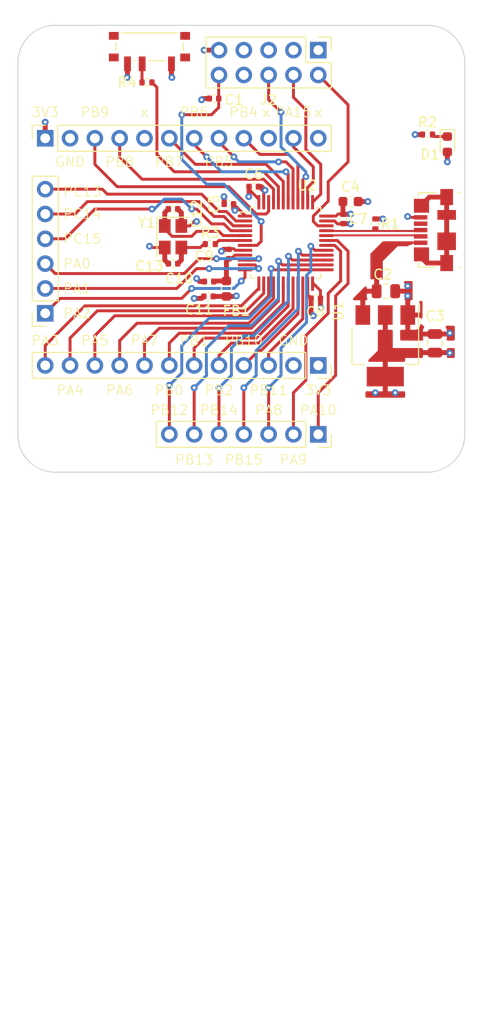
<source format=kicad_pcb>
(kicad_pcb (version 20211014) (generator pcbnew)
  (layers (0 "F.Cu" signal) (1 "In1.Cu" power) (2 "In2.Cu" power) (31 "B.Cu" signal) (34 "B.Paste" user) (35 "F.Paste" user) (36 "B.SilkS" user "B.Silkscreen") (37 "F.SilkS" user "F.Silkscreen") (38 "B.Mask" user) (39 "F.Mask" user) (44 "Edge.Cuts" user))
  (net 0 "")
  (net 1 "GND")
  (net 2 "NRST")
  (net 3 "VBUS")
  (net 4 "+3V3")
  (net 5 "+3.3VA")
  (net 6 "HSE_IN")
  (net 7 "Net-(C13-Pad1)")
  (net 8 "/PWR_LED_K")
  (net 9 "USB_D-")
  (net 10 "USB_D+")
  (net 12 "unconnected-(J1-Pad6)")
  (net 13 "SWDIO")
  (net 14 "SWCLK")
  (net 15 "SWO")
  (net 18 "PB9")
  (net 19 "PB8")
  (net 21 "PB7")
  (net 22 "PB6")
  (net 23 "PB5")
  (net 24 "PB4")
  (net 26 "PA15")
  (net 28 "PA10")
  (net 29 "PA9")
  (net 30 "PA8")
  (net 31 "PB15")
  (net 32 "PB14")
  (net 33 "PB13")
  (net 34 "PB12")
  (net 35 "PB11")
  (net 36 "PB10")
  (net 37 "PB2")
  (net 38 "PB1")
  (net 39 "PB0")
  (net 40 "PA7")
  (net 41 "PA6")
  (net 42 "PA5")
  (net 43 "PA4")
  (net 44 "PA3")
  (net 45 "PA2")
  (net 46 "PA1")
  (net 47 "PA0")
  (net 48 "PC15")
  (net 49 "PC14")
  (net 50 "PC13")
  (net 51 "HSE_OUT")
  (net 52 "Net-(R4-Pad1)")
  (net 53 "BOOT0")
  (footprint "Connector_PinSocket_2.54mm:PinSocket_1x12_P2.54mm_Vertical" (layer "F.Cu") (at 38.354 56.388 180)
    (fp_text reference "J5")
    (fp_text value "Conn_01x12")
  )
  (footprint "Resistor_SMD:R_0402_1005Metric" (layer "F.Cu") (at 34.798 27.432)
    (fp_text reference "R4")
    (fp_text value "10k")
  )
  (footprint "Capacitor_SMD:C_0805_2012Metric" (layer "F.Cu") (at 59.248 48.793)
    (fp_text reference "C2")
    (fp_text value "22u")
  )
  (footprint "Capacitor_SMD:C_0402_1005Metric" (layer "F.Cu") (at 37.465 40.386)
    (fp_text reference "C12")
    (fp_text value "6.8p")
  )
  (footprint "Connector_PinHeader_2.54mm:PinHeader_2x05_P2.54mm_Vertical" (layer "F.Cu") (at 47.244 25.4 180)
    (fp_text reference "J2")
    (fp_text value "Conn_02x05_Odd_Even")
  )
  (footprint "Diode_SMD:D_0603_1608Metric" (layer "F.Cu") (at 65.532 33.7565 -90)
    (fp_text reference "D1")
    (fp_text value "Red")
  )
  (footprint "Resistor_SMD:R_0402_1005Metric" (layer "F.Cu") (at 41.275 43.974)
    (fp_text reference "R3")
    (fp_text value "47")
  )
  (footprint "Package_TO_SOT_SMD:SOT-223-3_TabPin2" (layer "F.Cu") (at 59.182 54.381 90)
    (fp_text reference "U1")
    (fp_text value "AMS1117-3.3")
  )
  (footprint "Connector_PinSocket_2.54mm:PinSocket_1x07_P2.54mm_Vertical" (layer "F.Cu") (at 44.704 63.5 180)
    (fp_text reference "J4")
    (fp_text value "Conn_01x07")
  )
  (footprint "Connector_PinSocket_2.54mm:PinSocket_1x12_P2.54mm_Vertical" (layer "F.Cu") (at 38.354 33.147)
    (fp_text reference "J3")
    (fp_text value "Conn_01x12")
  )
  (footprint "MountingHole:MountingHole_3.2mm_M3" (layer "F.Cu") (at 63.5 63.5)
    (fp_text reference "H4")
    (fp_text value "MountingHole")
  )
  (footprint "Capacitor_SMD:C_0402_1005Metric" (layer "F.Cu") (at 41.1505 47.803 180)
    (fp_text reference "C10")
    (fp_text value "1u")
  )
  (footprint "Button_Switch_SMD:SW_SPDT_PCM12" (layer "F.Cu") (at 35.052 24.097 180)
    (fp_text reference "SW1")
    (fp_text value "SW_SPDT")
  )
  (footprint "Capacitor_SMD:C_0402_1005Metric" (layer "F.Cu") (at 54.864 41.402 -90)
    (fp_text reference "C7")
    (fp_text value "100n")
  )
  (footprint "MountingHole:MountingHole_3.2mm_M3" (layer "F.Cu") (at 63.5 25.4)
    (fp_text reference "H2")
    (fp_text value "MountingHole")
  )
  (footprint "Inductor_SMD:L_0603_1608Metric" (layer "F.Cu") (at 42.926 48.5395 -90)
    (fp_text reference "FB1")
    (fp_text value "120R")
  )
  (footprint "Package_QFP:LQFP-48_7x7mm_P0.5mm" (layer "F.Cu") (at 48.992 43.856 -90)
    (fp_text reference "U2")
    (fp_text value "STM32F103C8T6")
  )
  (footprint "MountingHole:MountingHole_3.2mm_M3" (layer "F.Cu") (at 25.4 25.4)
    (fp_text reference "H1")
    (fp_text value "MountingHole")
  )
  (footprint "Capacitor_SMD:C_0402_1005Metric" (layer "F.Cu") (at 41.0945 49.327 180)
    (fp_text reference "C11")
    (fp_text value "1u")
  )
  (footprint "Capacitor_SMD:C_0402_1005Metric" (layer "F.Cu") (at 41.656 29.083)
    (fp_text reference "C1")
    (fp_text value "100n")
  )
  (footprint "Capacitor_SMD:C_0805_2012Metric" (layer "F.Cu") (at 64.262 54.127 90)
    (fp_text reference "C3")
    (fp_text value "22u")
  )
  (footprint "Capacitor_SMD:C_0402_1005Metric" (layer "F.Cu") (at 52.07 49.53 180)
    (fp_text reference "C8")
    (fp_text value "100n")
  )
  (footprint "Resistor_SMD:R_0402_1005Metric" (layer "F.Cu") (at 58.166 41.91 -90)
    (fp_text reference "R1")
    (fp_text value "1k5")
  )
  (footprint "Resistor_SMD:R_0402_1005Metric" (layer "F.Cu") (at 63.5 32.766)
    (fp_text reference "R2")
    (fp_text value "1k")
  )
  (footprint "Connector_USB:USB_Micro-B_Molex_47346-0001" (layer "F.Cu") (at 64.262 42.538 90)
    (fp_text reference "J1")
    (fp_text value "USB_B_Micro")
  )
  (footprint "Capacitor_SMD:C_0603_1608Metric" (layer "F.Cu") (at 55.626 39.624)
    (fp_text reference "C4")
    (fp_text value "10u")
  )
  (footprint "Capacitor_SMD:C_0402_1005Metric" (layer "F.Cu") (at 43.18 44.986 90)
    (fp_text reference "C9")
    (fp_text value "10n")
  )
  (footprint "MountingHole:MountingHole_3.2mm_M3" (layer "F.Cu") (at 25.4 63.5)
    (fp_text reference "H3")
    (fp_text value "MountingHole")
  )
  (footprint "Capacitor_SMD:C_0402_1005Metric" (layer "F.Cu") (at 45.72 38.1)
    (fp_text reference "C6")
    (fp_text value "100n")
  )
  (footprint "Connector_PinSocket_2.54mm:PinSocket_1x06_P2.54mm_Vertical" (layer "F.Cu") (at 24.384 44.704 90)
    (fp_text reference "J6")
    (fp_text value "Conn_01x06")
  )
  (footprint "Capacitor_SMD:C_0402_1005Metric" (layer "F.Cu") (at 43.18 39.878 180)
    (fp_text reference "C5")
    (fp_text value "100n")
  )
  (footprint "Crystal:Crystal_SMD_3225-4Pin_3.2x2.5mm" (layer "F.Cu") (at 37.465 43.223 -90)
    (fp_text reference "Y1")
    (fp_text value "16M")
  )
  (footprint "Capacitor_SMD:C_0402_1005Metric" (layer "F.Cu") (at 37.465 45.974 180)
    (fp_text reference "C13")
    (fp_text value "6.8p")
  )
  (gr_arc (start 25.4 67.31) (mid 22.705923 66.194077) (end 21.59 63.5) (layer "Edge.Cuts") (width 0.1))
  (gr_line (start 21.59 63.5) (end 21.59 25.4) (layer "Edge.Cuts") (width 0.1))
  (gr_arc (start 21.59 25.4) (mid 22.705923 22.705923) (end 25.4 21.59) (layer "Edge.Cuts") (width 0.1))
  (gr_line (start 67.31 25.4) (end 67.31 63.5) (layer "Edge.Cuts") (width 0.1))
  (gr_arc (start 63.5 21.59) (mid 66.194077 22.705923) (end 67.31 25.4) (layer "Edge.Cuts") (width 0.1))
  (gr_line (start 25.4 21.59) (end 63.5 21.59) (layer "Edge.Cuts") (width 0.1))
  (gr_line (start 63.5 67.31) (end 25.4 67.31) (layer "Edge.Cuts") (width 0.1))
  (gr_arc (start 67.31 63.5) (mid 66.194077 66.194077) (end 63.5 67.31) (layer "Edge.Cuts") (width 0.1))
  (gr_text "GND" (at 49.784 53.848) (layer "F.SilkS") (effects (font (size 1 1) (thickness 0.1))))
  (gr_text "x" (at 34.544 30.48) (layer "F.SilkS") (effects (font (size 1 1) (thickness 0.1))))
  (gr_text "PA2" (at 26.162 51.054) (layer "F.SilkS") (effects (font (size 1 1) (thickness 0.1)) (justify left)))
  (gr_text "3V3" (at 52.324 58.928) (layer "F.SilkS") (effects (font (size 1 1) (thickness 0.1))))
  (gr_text "PC15" (at 26.162 43.434) (layer "F.SilkS") (effects (font (size 1 1) (thickness 0.1)) (justify left)))
  (gr_text "PA3" (at 24.384 53.848) (layer "F.SilkS") (effects (font (size 1 1) (thickness 0.1))))
  (gr_text "3V3" (at 24.384 30.48) (layer "F.SilkS") (effects (font (size 1 1) (thickness 0.1))))
  (gr_text "PB12" (at 37.084 60.96) (layer "F.SilkS") (effects (font (size 1 1) (thickness 0.1))))
  (gr_text "PB10" (at 44.704 53.848) (layer "F.SilkS") (effects (font (size 1 1) (thickness 0.1))))
  (gr_text "PB11" (at 47.244 58.928) (layer "F.SilkS") (effects (font (size 1 1) (thickness 0.1))))
  (gr_text "PA0" (at 26.162 45.974) (layer "F.SilkS") (effects (font (size 1 1) (thickness 0.1)) (justify left)))
  (gr_text "PB7" (at 37.084 35.56) (layer "F.SilkS") (effects (font (size 1 1) (thickness 0.1))))
  (gr_text "PA1" (at 26.162 48.514) (layer "F.SilkS") (effects (font (size 1 1) (thickness 0.1)) (justify left)))
  (gr_text "PA4" (at 26.924 58.928) (layer "F.SilkS") (effects (font (size 1 1) (thickness 0.1))))
  (gr_text "PC14" (at 26.162 40.894) (layer "F.SilkS") (effects (font (size 1 1) (thickness 0.1)) (justify left)))
  (gr_text "PA9" (at 49.784 66.04) (layer "F.SilkS") (effects (font (size 1 1) (thickness 0.1))))
  (gr_text "GND" (at 26.924 35.56) (layer "F.SilkS") (effects (font (size 1 1) (thickness 0.1))))
  (gr_text "PB8" (at 32.004 35.56) (layer "F.SilkS") (effects (font (size 1 1) (thickness 0.1))))
  (gr_text "PB15" (at 44.704 66.04) (layer "F.SilkS") (effects (font (size 1 1) (thickness 0.1))))
  (gr_text "PB0" (at 37.054 58.928) (layer "F.SilkS") (effects (font (size 1 1) (thickness 0.1))))
  (gr_text "PB4" (at 44.704 30.48) (layer "F.SilkS") (effects (font (size 1 1) (thickness 0.1))))
  (gr_text "PB14" (at 42.164 60.96) (layer "F.SilkS") (effects (font (size 1 1) (thickness 0.1))))
  (gr_text "PB5" (at 42.164 35.56) (layer "F.SilkS") (effects (font (size 1 1) (thickness 0.1))))
  (gr_text "PB1" (at 39.624 53.848) (layer "F.SilkS") (effects (font (size 1 1) (thickness 0.1))))
  (gr_text "PA6" (at 32.004 58.928) (layer "F.SilkS") (effects (font (size 1 1) (thickness 0.1))))
  (gr_text "PB13" (at 39.624 66.04) (layer "F.SilkS") (effects (font (size 1 1) (thickness 0.1))))
  (gr_text "PB2" (at 42.164 58.928) (layer "F.SilkS") (effects (font (size 1 1) (thickness 0.1))))
  (gr_text "PB6" (at 39.624 30.48) (layer "F.SilkS") (effects (font (size 1 1) (thickness 0.1))))
  (gr_text "x" (at 46.99 30.48) (layer "F.SilkS") (effects (font (size 1 1) (thickness 0.1))))
  (gr_text "PA15" (at 49.784 30.48) (layer "F.SilkS") (effects (font (size 1 1) (thickness 0.1))))
  (gr_text "PC13" (at 26.162 38.608) (layer "F.SilkS") (effects (font (size 1 1) (thickness 0.1)) (justify left)))
  (gr_text "PA5" (at 29.464 53.848) (layer "F.SilkS") (effects (font (size 1 1) (thickness 0.1))))
  (gr_text "PA10" (at 52.324 60.96) (layer "F.SilkS") (effects (font (size 1 1) (thickness 0.1))))
  (gr_text "PA7" (at 34.544 53.848) (layer "F.SilkS") (effects (font (size 1 1) (thickness 0.1))))
  (gr_text "PA8" (at 47.244 60.96) (layer "F.SilkS") (effects (font (size 1 1) (thickness 0.1))))
  (gr_text "PB9" (at 29.464 30.48) (layer "F.SilkS") (effects (font (size 1 1) (thickness 0.1))))
  (gr_text "x" (at 52.324 30.48) (layer "F.SilkS") (effects (font (size 1 1) (thickness 0.1))))
  (segment (start 37.302 26.888) (end 37.338 26.924) (width 0.5) (layer "F.Cu") (net 1))
  (segment (start 40.386 49.53) (end 39.624 49.53) (width 0.5) (layer "F.Cu") (net 1))
  (segment (start 43.688 44.45) (end 43.236 44.45) (width 0.3) (layer "F.Cu") (net 1))
  (segment (start 39.624 41.656) (end 39.878 41.656) (width 0.3) (layer "F.Cu") (net 1))
  (segment (start 46.2 38.1) (end 46.742 38.642) (width 0.3) (layer "F.Cu") (net 1))
  (segment (start 39.37 41.91) (end 39.624 41.656) (width 0.3) (layer "F.Cu") (net 1))
  (segment (start 51.242 49.182) (end 51.59 49.53) (width 0.3) (layer "F.Cu") (net 1))
  (segment (start 43.236 44.45) (end 43.18 44.506) (width 0.3) (layer "F.Cu") (net 1))
  (segment (start 35.179 44.323) (end 35.052 44.196) (width 0.3) (layer "F.Cu") (net 1))
  (segment (start 42.7 39.878) (end 42.7 39.144) (width 0.5) (layer "F.Cu") (net 1))
  (segment (start 46.742 38.642) (end 46.742 39.6935) (width 0.3) (layer "F.Cu") (net 1))
  (segment (start 51.242 48.0185) (end 51.242 49.182) (width 0.3) (layer "F.Cu") (net 1))
  (segment (start 36.615 45.604) (end 36.985 45.974) (width 0.5) (layer "F.Cu") (net 1))
  (segment (start 40.6145 49.327) (end 40.589 49.327) (width 0.5) (layer "F.Cu") (net 1))
  (segment (start 54.297041 41.91) (end 54.836 41.91) (width 0.3) (layer "F.Cu") (net 1))
  (segment (start 51.59 51.0745) (end 51.8235 51.308) (width 0.5) (layer "F.Cu") (net 1))
  (segment (start 38.315 42.123) (end 38.315 40.756) (width 0.5) (layer "F.Cu") (net 1))
  (segment (start 46.508756 38.1) (end 46.876378 38.467622) (width 0.5) (layer "F.Cu") (net 1))
  (segment (start 42.164 24.13) (end 40.64 24.13) (width 0.5) (layer "F.Cu") (net 1))
  (segment (start 51.59 49.53) (end 51.59 51.0745) (width 0.5) (layer "F.Cu") (net 1))
  (segment (start 42.7 39.144) (end 42.672 39.116) (width 0.5) (layer "F.Cu") (net 1))
  (segment (start 40.589 49.327) (end 40.386 49.53) (width 0.5) (layer "F.Cu") (net 1))
  (segment (start 44.8295 44.606) (end 43.844 44.606) (width 0.3) (layer "F.Cu") (net 1))
  (segment (start 54.864 41.882) (end 55.598 41.882) (width 0.5) (layer "F.Cu") (net 1))
  (segment (start 43.844 44.606) (end 43.688 44.45) (width 0.3) (layer "F.Cu") (net 1))
  (segment (start 38.315 42.123) (end 39.157 42.123) (width 0.3) (layer "F.Cu") (net 1))
  (segment (start 55.598 41.882) (end 55.626 41.91) (width 0.5) (layer "F.Cu") (net 1))
  (segment (start 46.2 38.1) (end 46.508756 38.1) (width 0.5) (layer "F.Cu") (net 1))
  (segment (start 43.18 44.506) (end 42.616 44.506) (width 0.5) (layer "F.Cu") (net 1))
  (segment (start 56.401 39.624) (end 57.404 39.624) (width 0.5) (layer "F.Cu") (net 1))
  (segment (start 39.157 42.123) (end 39.37 41.91) (width 0.3) (layer "F.Cu") (net 1))
  (segment (start 53.993041 41.606) (end 54.297041 41.91) (width 0.3) (layer "F.Cu") (net 1))
  (segment (start 53.1545 41.606) (end 53.993041 41.606) (width 0.3) (layer "F.Cu") (net 1))
  (segment (start 40.183 47.803) (end 39.878 47.498) (width 0.5) (layer "F.Cu") (net 1))
  (segment (start 61.558 41.238) (end 61.468 41.148) (width 0.3) (layer "F.Cu") (net 1))
  (segment (start 40.513 29.083) (end 40.386 29.21) (width 0.5) (layer "F.Cu") (net 1))
  (segment (start 36.615 44.323) (end 36.615 45.604) (width 0.5) (layer "F.Cu") (net 1))
  (segment (start 38.315 40.756) (end 37.945 40.386) (width 0.5) (layer "F.Cu") (net 1))
  (segment (start 36.615 44.323) (end 35.179 44.323) (width 0.3) (layer "F.Cu") (net 1))
  (segment (start 42.616 44.506) (end 42.418 44.704) (width 0.5) (layer "F.Cu") (net 1))
  (segment (start 37.302 25.527) (end 37.302 26.888) (width 0.5) (layer "F.Cu") (net 1))
  (segment (start 62.99 32.766) (end 62.23 32.766) (width 0.5) (layer "F.Cu") (net 1))
  (segment (start 54.836 41.91) (end 54.864 41.882) (width 0.3) (layer "F.Cu") (net 1))
  (segment (start 62.802 41.238) (end 61.558 41.238) (width 0.3) (layer "F.Cu") (net 1))
  (segment (start 40.6705 47.803) (end 40.183 47.803) (width 0.5) (layer "F.Cu") (net 1))
  (segment (start 41.176 29.083) (end 40.513 29.083) (width 0.5) (layer "F.Cu") (net 1))
  (via (at 40.64 24.13) (size 0.7) (drill 0.3) (layers "F.Cu" "B.Cu") (net 1))
  (via (at 40.386 29.21) (size 0.7) (drill 0.3) (layers "F.Cu" "B.Cu") (net 1))
  (via (at 42.418 44.704) (size 0.7) (drill 0.3) (layers "F.Cu" "B.Cu") (net 1))
  (via (at 62.23 32.766) (size 0.7) (drill 0.3) (layers "F.Cu" "B.Cu") (net 1))
  (via (at 51.8235 51.308) (size 0.7) (drill 0.3) (layers "F.Cu" "B.Cu") (net 1))
  (via (at 39.878 47.498) (size 0.7) (drill 0.3) (layers "F.Cu" "B.Cu") (net 1))
  (via (at 37.338 26.924) (size 0.7) (drill 0.3) (layers "F.Cu" "B.Cu") (net 1))
  (via (at 61.468 48.26) (size 0.7) (drill 0.3) (layers "F.Cu" "B.Cu") (net 1))
  (via (at 61.468 41.148) (size 0.7) (drill 0.3) (layers "F.Cu" "B.Cu") (net 1))
  (via (at 35.052 44.196) (size 0.7) (drill 0.3) (layers "F.Cu" "B.Cu") (net 1))
  (via (at 65.786 53.086) (size 0.7) (drill 0.3) (layers "F.Cu" "B.Cu") (net 1))
  (via (at 57.404 39.624) (size 0.7) (drill 0.3) (layers "F.Cu" "B.Cu") (net 1))
  (via (at 39.624 49.53) (size 0.7) (drill 0.3) (layers "F.Cu" "B.Cu") (net 1))
  (via (at 42.672 39.116) (size 0.7) (drill 0.3) (layers "F.Cu" "B.Cu") (net 1))
  (via (at 39.878 41.656) (size 0.7) (drill 0.3) (layers "F.Cu" "B.Cu") (net 1))
  (via (at 55.626 41.91) (size 0.7) (drill 0.3) (layers "F.Cu" "B.Cu") (net 1))
  (via (at 61.468 49.276) (size 0.7) (drill 0.3) (layers "F.Cu" "B.Cu") (net 1))
  (via (at 46.876378 38.467622) (size 0.7) (drill 0.3) (layers "F.Cu" "B.Cu") (net 1))
  (segment (start 46.064 44.106) (end 46.228 43.942) (width 0.3) (layer "F.Cu") (net 2))
  (segment (start 42.136 30) (end 42.136 29.083) (width 0.3) (layer "F.Cu") (net 2))
  (segment (start 46.482 43.688) (end 46.482 41.656) (width 0.3) (layer "F.Cu") (net 2))
  (segment (start 42.136 29.083) (end 42.136 26.698) (width 0.3) (layer "F.Cu") (net 2))
  (segment (start 38.354 30.734) (end 41.402 30.734) (width 0.3) (layer "F.Cu") (net 2))
  (segment (start 44.8295 44.106) (end 46.064 44.106) (width 0.3) (layer "F.Cu") (net 2))
  (segment (start 41.402 30.734) (end 42.136 30) (width 0.3) (layer "F.Cu") (net 2))
  (segment (start 46.228 43.942) (end 46.482 43.688) (width 0.3) (layer "F.Cu") (net 2))
  (segment (start 42.136 26.698) (end 42.164 26.67) (width 0.3) (layer "F.Cu") (net 2))
  (via (at 46.482 41.656) (size 0.7) (drill 0.3) (layers "F.Cu" "B.Cu") (net 2))
  (via (at 38.354 30.734) (size 0.7) (drill 0.3) (layers "F.Cu" "B.Cu") (net 2))
  (segment (start 38.354 35.306) (end 38.354 30.734) (width 0.3) (layer "B.Cu") (net 2))
  (segment (start 42.672 37.846) (end 41.656 37.846) (width 0.3) (layer "B.Cu") (net 2))
  (segment (start 46.482 41.656) (end 42.672 37.846) (width 0.3) (layer "B.Cu") (net 2))
  (segment (start 38.608 35.56) (end 38.354 35.306) (width 0.3) (layer "B.Cu") (net 2))
  (segment (start 40.894 37.846) (end 38.608 35.56) (width 0.3) (layer "B.Cu") (net 2))
  (segment (start 41.656 37.846) (end 40.894 37.846) (width 0.3) (layer "B.Cu") (net 2))
  (segment (start 45.24 38.382) (end 45.24 38.1) (width 0.3) (layer "F.Cu") (net 4))
  (segment (start 54.356 40.894) (end 54.836 40.894) (width 0.3) (layer "F.Cu") (net 4))
  (segment (start 54.144 41.106) (end 54.356 40.894) (width 0.3) (layer "F.Cu") (net 4))
  (segment (start 53.1545 41.106) (end 54.144 41.106) (width 0.3) (layer "F.Cu") (net 4))
  (segment (start 58.166 41.4) (end 58.926 41.4) (width 0.5) (layer "F.Cu") (net 4))
  (segment (start 52.55 49.53) (end 52.55 50.518) (width 0.5) (layer "F.Cu") (net 4))
  (segment (start 44.8295 41.106) (end 44.8295 41.0475) (width 0.3) (layer "F.Cu") (net 4))
  (segment (start 45.24 39.088) (end 45.212 39.116) (width 0.5) (layer "F.Cu") (net 4))
  (segment (start 46.242 39.6935) (end 46.242 39.384) (width 0.3) (layer "F.Cu") (net 4))
  (segment (start 32.802 25.527) (end 32.802 26.888) (width 0.5) (layer "F.Cu") (net 4))
  (segment (start 42.926 49.327) (end 43.891 49.327) (width 0.5) (layer "F.Cu") (net 4))
  (segment (start 54.864 40.922) (end 55.598 40.922) (width 0.5) (layer "F.Cu") (net 4))
  (segment (start 58.926 41.4) (end 58.928 41.402) (width 0.5) (layer "F.Cu") (net 4))
  (segment (start 54.851 40.909) (end 54.864 40.922) (width 0.5) (layer "F.Cu") (net 4))
  (segment (start 46.242 39.384) (end 45.24 38.382) (width 0.3) (layer "F.Cu") (net 4))
  (segment (start 44.8295 41.0475) (end 43.66 39.878) (width 0.3) (layer "F.Cu") (net 4))
  (segment (start 54.851 39.624) (end 54.851 40.909) (width 0.5) (layer "F.Cu") (net 4))
  (segment (start 32.802 26.888) (end 32.766 26.924) (width 0.5) (layer "F.Cu") (net 4))
  (segment (start 55.598 40.922) (end 55.626 40.894) (width 0.5) (layer "F.Cu") (net 4))
  (segment (start 51.742 48.0185) (end 51.8285 48.0185) (width 0.3) (layer "F.Cu") (net 4))
  (segment (start 43.66 40.384756) (end 43.801622 40.526378) (width 0.5) (layer "F.Cu") (net 4))
  (segment (start 54.836 40.894) (end 54.864 40.922) (width 0.3) (layer "F.Cu") (net 4))
  (segment (start 45.24 38.1) (end 45.24 39.088) (width 0.5) (layer "F.Cu") (net 4))
  (segment (start 41.5745 49.327) (end 42.926 49.327) (width 0.5) (layer "F.Cu") (net 4))
  (segment (start 65.532 34.544) (end 65.532 35.56) (width 0.5) (layer "F.Cu") (net 4))
  (segment (start 43.891 49.327) (end 43.942 49.276) (width 0.5) (layer "F.Cu") (net 4))
  (segment (start 43.66 39.878) (end 43.66 40.384756) (width 0.5) (layer "F.Cu") (net 4))
  (segment (start 24.384 33.147) (end 24.384 31.496) (width 0.5) (layer "F.Cu") (net 4))
  (segment (start 52.55 50.518) (end 52.578 50.546) (width 0.5) (layer "F.Cu") (net 4))
  (segment (start 52.55 48.74) (end 52.55 49.53) (width 0.3) (layer "F.Cu") (net 4))
  (segment (start 51.8285 48.0185) (end 52.55 48.74) (width 0.3) (layer "F.Cu") (net 4))
  (via (at 43.801622 40.526378) (size 0.7) (drill 0.3) (layers "F.Cu" "B.Cu") (net 4))
  (via (at 58.166 59.182) (size 0.7) (drill 0.3) (layers "F.Cu" "B.Cu") (net 4))
  (via (at 24.384 31.496) (size 0.7) (drill 0.3) (layers "F.Cu" "B.Cu") (net 4))
  (via (at 65.532 35.56) (size 0.7) (drill 0.3) (layers "F.Cu" "B.Cu") (net 4))
  (via (at 58.928 41.402) (size 0.7) (drill 0.3) (layers "F.Cu" "B.Cu") (net 4))
  (via (at 65.786 55.118) (size 0.7) (drill 0.3) (layers "F.Cu" "B.Cu") (net 4))
  (via (at 55.626 40.894) (size 0.7) (drill 0.3) (layers "F.Cu" "B.Cu") (net 4))
  (via (at 52.578 50.546) (size 0.7) (drill 0.3) (layers "F.Cu" "B.Cu") (net 4))
  (via (at 32.766 26.924) (size 0.7) (drill 0.3) (layers "F.Cu" "B.Cu") (net 4))
  (via (at 60.198 59.182) (size 0.7) (drill 0.3) (layers "F.Cu" "B.Cu") (net 4))
  (via (at 45.212 39.116) (size 0.7) (drill 0.3) (layers "F.Cu" "B.Cu") (net 4))
  (via (at 43.942 49.276) (size 0.7) (drill 0.3) (layers "F.Cu" "B.Cu") (net 4))
  (segment (start 41.6815 47.752) (end 41.6305 47.803) (width 0.5) (layer "F.Cu") (net 5))
  (segment (start 43.434 45.466) (end 43.18 45.466) (width 0.3) (layer "F.Cu") (net 5))
  (segment (start 44.8295 45.106) (end 43.794 45.106) (width 0.3) (layer "F.Cu") (net 5))
  (segment (start 42.926 47.752) (end 42.926 45.72) (width 0.5) (layer "F.Cu") (net 5))
  (segment (start 43.794 45.106) (end 43.434 45.466) (width 0.3) (layer "F.Cu") (net 5))
  (segment (start 42.926 45.72) (end 43.18 45.466) (width 0.5) (layer "F.Cu") (net 5))
  (segment (start 42.926 47.752) (end 41.6815 47.752) (width 0.5) (layer "F.Cu") (net 5))
  (segment (start 36.615 42.423) (end 36.615 42.123) (width 0.3) (layer "F.Cu") (net 6))
  (segment (start 42.164 42.672) (end 39.878 42.672) (width 0.3) (layer "F.Cu") (net 6))
  (segment (start 36.615 42.123) (end 36.615 40.756) (width 0.5) (layer "F.Cu") (net 6))
  (segment (start 36.416 42.223) (end 36.416 42.123) (width 0.3) (layer "F.Cu") (net 6))
  (segment (start 44.8295 43.106) (end 42.598 43.106) (width 0.3) (layer "F.Cu") (net 6))
  (segment (start 36.615 40.756) (end 36.985 40.386) (width 0.5) (layer "F.Cu") (net 6))
  (segment (start 39.37 43.18) (end 37.372 43.18) (width 0.3) (layer "F.Cu") (net 6))
  (segment (start 37.372 43.18) (end 36.615 42.423) (width 0.3) (layer "F.Cu") (net 6))
  (segment (start 39.878 42.672) (end 39.37 43.18) (width 0.3) (layer "F.Cu") (net 6))
  (segment (start 42.598 43.106) (end 42.164 42.672) (width 0.3) (layer "F.Cu") (net 6))
  (segment (start 40.259 44.323) (end 38.315 44.323) (width 0.3) (layer "F.Cu") (net 7))
  (segment (start 38.315 44.323) (end 38.315 45.604) (width 0.5) (layer "F.Cu") (net 7))
  (segment (start 40.608 43.974) (end 40.259 44.323) (width 0.3) (layer "F.Cu") (net 7))
  (segment (start 40.765 43.974) (end 40.608 43.974) (width 0.3) (layer "F.Cu") (net 7))
  (segment (start 38.315 45.604) (end 37.945 45.974) (width 0.5) (layer "F.Cu") (net 7))
  (segment (start 65.532 32.969) (end 64.213 32.969) (width 0.3) (layer "F.Cu") (net 8))
  (segment (start 64.213 32.969) (end 64.01 32.766) (width 0.3) (layer "F.Cu") (net 8))
  (segment (start 53.1545 43.106) (end 53.179499 43.081001) (width 0.2) (layer "F.Cu") (net 9))
  (segment (start 53.179499 43.081001) (end 62.23 43.081) (width 0.2) (layer "F.Cu") (net 9))
  (segment (start 53.1545 42.606) (end 53.179499 42.630999) (width 0.2) (layer "F.Cu") (net 10))
  (segment (start 53.179499 42.630999) (end 62.23 42.631) (width 0.2) (layer "F.Cu") (net 10))
  (segment (start 65.462 45.913) (end 65.462 43.688) (width 0.5) (layer "F.Cu") (net 12))
  (segment (start 62.887 45.361) (end 63.439 45.913) (width 0.5) (layer "F.Cu") (net 12))
  (segment (start 65.462 43.688) (end 65.462 40.988) (width 0.5) (layer "F.Cu") (net 12))
  (segment (start 62.887 45.0255) (end 62.887 45.361) (width 0.5) (layer "F.Cu") (net 12))
  (segment (start 63.707 39.163) (end 65.462 39.163) (width 0.5) (layer "F.Cu") (net 12))
  (segment (start 63.439 45.913) (end 65.462 45.913) (width 0.5) (layer "F.Cu") (net 12))
  (segment (start 62.887 39.983) (end 63.707 39.163) (width 0.5) (layer "F.Cu") (net 12))
  (segment (start 65.462 40.988) (end 65.462 39.163) (width 0.5) (layer "F.Cu") (net 12))
  (segment (start 62.887 40.0505) (end 62.887 39.983) (width 0.5) (layer "F.Cu") (net 12))
  (segment (start 51.816 41.105959) (end 53.34 39.581959) (width 0.3) (layer "F.Cu") (net 13))
  (segment (start 53.1545 42.106) (end 52.266 42.106) (width 0.3) (layer "F.Cu") (net 13))
  (segment (start 52.266 42.106) (end 51.816 41.656) (width 0.3) (layer "F.Cu") (net 13))
  (segment (start 51.816 41.656) (end 51.816 41.105959) (width 0.3) (layer "F.Cu") (net 13))
  (segment (start 53.34 39.581959) (end 53.34 37.592) (width 0.3) (layer "F.Cu") (net 13))
  (segment (start 53.34 37.592) (end 55.372 35.56) (width 0.3) (layer "F.Cu") (net 13))
  (segment (start 55.372 29.718) (end 52.324 26.67) (width 0.3) (layer "F.Cu") (net 13))
  (segment (start 55.372 35.56) (end 55.372 29.718) (width 0.3) (layer "F.Cu") (net 13))
  (segment (start 51.054 30.226) (end 51.054 34.29) (width 0.3) (layer "F.Cu") (net 14))
  (segment (start 52.578 35.814) (end 52.578 38.8575) (width 0.3) (layer "F.Cu") (net 14))
  (segment (start 49.784 26.67) (end 49.784 28.956) (width 0.3) (layer "F.Cu") (net 14))
  (segment (start 51.054 34.29) (end 52.578 35.814) (width 0.3) (layer "F.Cu") (net 14))
  (segment (start 52.578 38.8575) (end 51.742 39.6935) (width 0.3) (layer "F.Cu") (net 14))
  (segment (start 49.784 28.956) (end 51.054 30.226) (width 0.3) (layer "F.Cu") (net 14))
  (segment (start 50.742 39.6935) (end 50.742 37.396) (width 0.3) (layer "F.Cu") (net 15))
  (segment (start 48.514 30.48) (end 47.244 29.21) (width 0.3) (layer "F.Cu") (net 15))
  (segment (start 47.244 29.21) (end 47.244 26.67) (width 0.3) (layer "F.Cu") (net 15))
  (segment (start 50.742 37.396) (end 51.054 37.084) (width 0.3) (layer "F.Cu") (net 15))
  (via (at 51.054 37.084) (size 0.7) (drill 0.3) (layers "F.Cu" "B.Cu") (net 15))
  (via (at 48.514 30.48) (size 0.7) (drill 0.3) (layers "F.Cu" "B.Cu") (net 15))
  (segment (start 51.054 37.084) (end 51.054 36.576) (width 0.3) (layer "B.Cu") (net 15))
  (segment (start 51.054 36.576) (end 48.514 34.036) (width 0.3) (layer "B.Cu") (net 15))
  (segment (start 48.514 34.036) (end 48.514 30.48) (width 0.3) (layer "B.Cu") (net 15))
  (segment (start 31.75 38.1) (end 29.464 35.814) (width 0.3) (layer "F.Cu") (net 18))
  (segment (start 46.99 40.894) (end 45.974 40.894) (width 0.3) (layer "F.Cu") (net 18))
  (segment (start 43.18 38.1) (end 31.75 38.1) (width 0.3) (layer "F.Cu") (net 18))
  (segment (start 29.464 35.814) (end 29.464 33.147) (width 0.3) (layer "F.Cu") (net 18))
  (segment (start 45.974 40.894) (end 43.18 38.1) (width 0.3) (layer "F.Cu") (net 18))
  (segment (start 47.242 39.6935) (end 47.242 40.642) (width 0.3) (layer "F.Cu") (net 18))
  (segment (start 47.242 40.642) (end 46.99 40.894) (width 0.3) (layer "F.Cu") (net 18))
  (segment (start 47.742 38.344) (end 46.736 37.338) (width 0.3) (layer "F.Cu") (net 19))
  (segment (start 32.004 35.052) (end 32.004 33.147) (width 0.3) (layer "F.Cu") (net 19))
  (segment (start 34.29 37.338) (end 32.004 35.052) (width 0.3) (layer "F.Cu") (net 19))
  (segment (start 47.742 39.6935) (end 47.742 38.344) (width 0.3) (layer "F.Cu") (net 19))
  (segment (start 46.736 37.338) (end 34.29 37.338) (width 0.3) (layer "F.Cu") (net 19))
  (segment (start 46.99 35.814) (end 39.751 35.814) (width 0.3) (layer "F.Cu") (net 21))
  (segment (start 48.742 39.6935) (end 48.742 37.566) (width 0.3) (layer "F.Cu") (net 21))
  (segment (start 48.742 37.566) (end 46.99 35.814) (width 0.3) (layer "F.Cu") (net 21))
  (segment (start 39.751 35.814) (end 37.084 33.147) (width 0.3) (layer "F.Cu") (net 21))
  (segment (start 39.624 33.782) (end 39.624 33.147) (width 0.3) (layer "F.Cu") (net 22))
  (segment (start 49.242 39.6935) (end 49.242 36.796) (width 0.3) (layer "F.Cu") (net 22))
  (segment (start 49.242 36.796) (end 49.022 36.576) (width 0.3) (layer "F.Cu") (net 22))
  (segment (start 40.894 35.052) (end 39.624 33.782) (width 0.3) (layer "F.Cu") (net 22))
  (via (at 40.894 35.052) (size 0.7) (drill 0.3) (layers "F.Cu" "B.Cu") (net 22))
  (via (at 49.022 36.576) (size 0.7) (drill 0.3) (layers "F.Cu" "B.Cu") (net 22))
  (segment (start 42.418 36.576) (end 40.894 35.052) (width 0.3) (layer "B.Cu") (net 22))
  (segment (start 49.022 36.576) (end 42.418 36.576) (width 0.3) (layer "B.Cu") (net 22))
  (segment (start 49.742 36.28) (end 49.022 35.56) (width 0.3) (layer "F.Cu") (net 23))
  (segment (start 49.742 39.6935) (end 49.742 36.28) (width 0.3) (layer "F.Cu") (net 23))
  (segment (start 49.022 35.56) (end 48.26 35.56) (width 0.3) (layer "F.Cu") (net 23))
  (segment (start 42.164 33.528) (end 42.164 33.147) (width 0.3) (layer "F.Cu") (net 23))
  (segment (start 43.688 35.052) (end 42.164 33.528) (width 0.3) (layer "F.Cu") (net 23))
  (via (at 48.26 35.56) (size 0.7) (drill 0.3) (layers "F.Cu" "B.Cu") (net 23))
  (via (at 43.688 35.052) (size 0.7) (drill 0.3) (layers "F.Cu" "B.Cu") (net 23))
  (segment (start 48.26 35.56) (end 44.196 35.56) (width 0.3) (layer "B.Cu") (net 23))
  (segment (start 44.196 35.56) (end 43.688 35.052) (width 0.3) (layer "B.Cu") (net 23))
  (segment (start 50.242 39.6935) (end 50.242 35.764) (width 0.3) (layer "F.Cu") (net 24))
  (segment (start 49.276 34.798) (end 46.355 34.798) (width 0.3) (layer "F.Cu") (net 24))
  (segment (start 46.355 34.798) (end 44.704 33.147) (width 0.3) (layer "F.Cu") (net 24))
  (segment (start 50.242 35.764) (end 49.276 34.798) (width 0.3) (layer "F.Cu") (net 24))
  (segment (start 51.816 36.068) (end 49.784 34.036) (width 0.3) (layer "F.Cu") (net 26))
  (segment (start 49.784 34.036) (end 49.784 33.147) (width 0.3) (layer "F.Cu") (net 26))
  (segment (start 51.242 39.6935) (end 51.242 38.166) (width 0.3) (layer "F.Cu") (net 26))
  (segment (start 51.242 38.166) (end 51.816 37.592) (width 0.3) (layer "F.Cu") (net 26))
  (segment (start 51.816 37.592) (end 51.816 36.068) (width 0.3) (layer "F.Cu") (net 26))
  (segment (start 54.274 43.606) (end 55.372 44.704) (width 0.3) (layer "F.Cu") (net 28))
  (segment (start 52.324 59.182) (end 52.324 63.44) (width 0.3) (layer "F.Cu") (net 28))
  (segment (start 55.372 48.006) (end 54.102 49.276) (width 0.3) (layer "F.Cu") (net 28))
  (segment (start 54.102 57.404) (end 52.324 59.182) (width 0.3) (layer "F.Cu") (net 28))
  (segment (start 53.1545 43.606) (end 54.274 43.606) (width 0.3) (layer "F.Cu") (net 28))
  (segment (start 55.372 44.704) (end 55.372 48.006) (width 0.3) (layer "F.Cu") (net 28))
  (segment (start 54.102 49.276) (end 54.102 57.404) (width 0.3) (layer "F.Cu") (net 28))
  (segment (start 54.012 44.106) (end 54.61 44.704) (width 0.3) (layer "F.Cu") (net 29))
  (segment (start 54.61 44.704) (end 54.61 47.752) (width 0.3) (layer "F.Cu") (net 29))
  (segment (start 54.61 47.752) (end 53.34 49.022) (width 0.3) (layer "F.Cu") (net 29))
  (segment (start 53.34 51.054) (end 51.054 53.34) (width 0.3) (layer "F.Cu") (net 29))
  (segment (start 51.054 53.34) (end 51.054 57.912) (width 0.3) (layer "F.Cu") (net 29))
  (segment (start 49.784 59.182) (end 49.784 63.44) (width 0.3) (layer "F.Cu") (net 29))
  (segment (start 51.054 57.912) (end 49.784 59.182) (width 0.3) (layer "F.Cu") (net 29))
  (segment (start 53.34 49.022) (end 53.34 51.054) (width 0.3) (layer "F.Cu") (net 29))
  (segment (start 53.1545 44.106) (end 54.012 44.106) (width 0.3) (layer "F.Cu") (net 29))
  (segment (start 47.244 58.674) (end 47.244 63.44) (width 0.3) (layer "F.Cu") (net 30))
  (segment (start 51.972 44.606) (end 51.562 44.196) (width 0.3) (layer "F.Cu") (net 30))
  (segment (start 53.1545 44.606) (end 51.972 44.606) (width 0.3) (layer "F.Cu") (net 30))
  (via (at 47.244 58.674) (size 0.7) (drill 0.3) (layers "F.Cu" "B.Cu") (net 30))
  (via (at 51.562 44.196) (size 0.7) (drill 0.3) (layers "F.Cu" "B.Cu") (net 30))
  (segment (start 51.562 44.196) (end 51.562 46.736) (width 0.3) (layer "B.Cu") (net 30))
  (segment (start 51.562 46.736) (end 51.124 47.174) (width 0.3) (layer "B.Cu") (net 30))
  (segment (start 48.514 54.61) (end 48.514 57.404) (width 0.3) (layer "B.Cu") (net 30))
  (segment (start 48.514 57.404) (end 47.244 58.674) (width 0.3) (layer "B.Cu") (net 30))
  (segment (start 51.124 52) (end 48.514 54.61) (width 0.3) (layer "B.Cu") (net 30))
  (segment (start 51.124 47.174) (end 51.124 52) (width 0.3) (layer "B.Cu") (net 30))
  (segment (start 50.694 45.106) (end 50.292 44.704) (width 0.3) (layer "F.Cu") (net 31))
  (segment (start 53.1545 45.106) (end 50.694 45.106) (width 0.3) (layer "F.Cu") (net 31))
  (segment (start 44.704 58.674) (end 44.704 63.44) (width 0.3) (layer "F.Cu") (net 31))
  (via (at 50.292 44.704) (size 0.7) (drill 0.3) (layers "F.Cu" "B.Cu") (net 31))
  (via (at 44.704 58.674) (size 0.7) (drill 0.3) (layers "F.Cu" "B.Cu") (net 31))
  (segment (start 45.974 57.404) (end 44.704 58.674) (width 0.3) (layer "B.Cu") (net 31))
  (segment (start 45.974 54.864) (end 45.974 57.404) (width 0.3) (layer "B.Cu") (net 31))
  (segment (start 50.292 44.704) (end 50.292 50.546) (width 0.3) (layer "B.Cu") (net 31))
  (segment (start 50.292 50.546) (end 45.974 54.864) (width 0.3) (layer "B.Cu") (net 31))
  (segment (start 53.1545 45.606) (end 49.67 45.606) (width 0.3) (layer "F.Cu") (net 32))
  (segment (start 49.67 45.606) (end 49.276 45.212) (width 0.3) (layer "F.Cu") (net 32))
  (segment (start 42.164 58.674) (end 42.164 63.44) (width 0.3) (layer "F.Cu") (net 32))
  (via (at 42.164 58.674) (size 0.7) (drill 0.3) (layers "F.Cu" "B.Cu") (net 32))
  (via (at 49.276 45.212) (size 0.7) (drill 0.3) (layers "F.Cu" "B.Cu") (net 32))
  (segment (start 45.72 53.34) (end 44.704 53.34) (width 0.3) (layer "B.Cu") (net 32))
  (segment (start 44.704 53.34) (end 43.434 54.61) (width 0.3) (layer "B.Cu") (net 32))
  (segment (start 49.276 49.784) (end 46.99 52.07) (width 0.3) (layer "B.Cu") (net 32))
  (segment (start 49.276 45.212) (end 49.276 49.784) (width 0.3) (layer "B.Cu") (net 32))
  (segment (start 43.434 54.61) (end 43.434 56.134) (width 0.3) (layer "B.Cu") (net 32))
  (segment (start 43.434 57.404) (end 42.164 58.674) (width 0.3) (layer "B.Cu") (net 32))
  (segment (start 43.434 56.134) (end 43.434 57.404) (width 0.3) (layer "B.Cu") (net 32))
  (segment (start 46.99 52.07) (end 45.72 53.34) (width 0.3) (layer "B.Cu") (net 32))
  (segment (start 53.1545 46.106) (end 48.646 46.106) (width 0.3) (layer "F.Cu") (net 33))
  (segment (start 39.624 58.674) (end 39.624 63.44) (width 0.3) (layer "F.Cu") (net 33))
  (segment (start 48.646 46.106) (end 48.26 45.72) (width 0.3) (layer "F.Cu") (net 33))
  (via (at 39.624 58.674) (size 0.7) (drill 0.3) (layers "F.Cu" "B.Cu") (net 33))
  (via (at 48.26 45.72) (size 0.7) (drill 0.3) (layers "F.Cu" "B.Cu") (net 33))
  (segment (start 47.244 50.546) (end 45.466 52.324) (width 0.3) (layer "B.Cu") (net 33))
  (segment (start 40.894 57.404) (end 39.624 58.674) (width 0.3) (layer "B.Cu") (net 33))
  (segment (start 40.894 57.15) (end 40.894 57.404) (width 0.3) (layer "B.Cu") (net 33))
  (segment (start 45.466 52.324) (end 43.434 52.324) (width 0.3) (layer "B.Cu") (net 33))
  (segment (start 40.876785 57.132785) (end 40.894 57.15) (width 0.3) (layer "B.Cu") (net 33))
  (segment (start 41.148 54.356) (end 40.876785 54.627215) (width 0.3) (layer "B.Cu") (net 33))
  (segment (start 48.26 45.72) (end 48.26 49.53) (width 0.3) (layer "B.Cu") (net 33))
  (segment (start 48.26 49.53) (end 47.244 50.546) (width 0.3) (layer "B.Cu") (net 33))
  (segment (start 40.876785 54.627215) (end 40.876785 57.132785) (width 0.3) (layer "B.Cu") (net 33))
  (segment (start 43.18 52.324) (end 41.148 54.356) (width 0.3) (layer "B.Cu") (net 33))
  (segment (start 43.434 52.324) (end 43.18 52.324) (width 0.3) (layer "B.Cu") (net 33))
  (segment (start 47.622 46.606) (end 47.498 46.482) (width 0.3) (layer "F.Cu") (net 34))
  (segment (start 37.084 58.42) (end 37.084 63.44) (width 0.3) (layer "F.Cu") (net 34))
  (segment (start 53.1545 46.606) (end 47.622 46.606) (width 0.3) (layer "F.Cu") (net 34))
  (via (at 47.498 46.482) (size 0.7) (drill 0.3) (layers "F.Cu" "B.Cu") (net 34))
  (via (at 37.084 58.42) (size 0.7) (drill 0.3) (layers "F.Cu" "B.Cu") (net 34))
  (segment (start 47.498 46.482) (end 47.498 49.022) (width 0.3) (layer "B.Cu") (net 34))
  (segment (start 41.148 51.562) (end 38.608 54.102) (width 0.3) (layer "B.Cu") (net 34))
  (segment (start 45.466 51.308) (end 45.212 51.562) (width 0.3) (layer "B.Cu") (net 34))
  (segment (start 38.354 54.356) (end 38.354 55.88) (width 0.3) (layer "B.Cu") (net 34))
  (segment (start 38.354 55.88) (end 38.354 57.15) (width 0.3) (layer "B.Cu") (net 34))
  (segment (start 38.354 57.15) (end 37.084 58.42) (width 0.3) (layer "B.Cu") (net 34))
  (segment (start 47.498 49.022) (end 47.498 49.276) (width 0.3) (layer "B.Cu") (net 34))
  (segment (start 41.656 51.562) (end 41.148 51.562) (width 0.3) (layer "B.Cu") (net 34))
  (segment (start 47.498 49.276) (end 45.466 51.308) (width 0.3) (layer "B.Cu") (net 34))
  (segment (start 45.212 51.562) (end 41.656 51.562) (width 0.3) (layer "B.Cu") (net 34))
  (segment (start 38.608 54.102) (end 38.354 54.356) (width 0.3) (layer "B.Cu") (net 34))
  (segment (start 47.244 55.118) (end 47.244 56.388) (width 0.3) (layer "F.Cu") (net 35))
  (segment (start 50.742 48.0185) (end 50.742 51.62) (width 0.3) (layer "F.Cu") (net 35))
  (segment (start 50.742 51.62) (end 47.244 55.118) (width 0.3) (layer "F.Cu") (net 35))
  (segment (start 50.242 51.104) (end 46.482 54.864) (width 0.3) (layer "F.Cu") (net 36))
  (segment (start 46.228 54.864) (end 44.704 56.388) (width 0.3) (layer "F.Cu") (net 36))
  (segment (start 46.482 54.864) (end 46.228 54.864) (width 0.3) (layer "F.Cu") (net 36))
  (segment (start 50.242 48.0185) (end 50.242 51.104) (width 0.3) (layer "F.Cu") (net 36))
  (segment (start 49.742 50.588) (end 46.228 54.102) (width 0.3) (layer "F.Cu") (net 37))
  (segment (start 43.434 54.102) (end 42.164 55.372) (width 0.3) (layer "F.Cu") (net 37))
  (segment (start 46.228 54.102) (end 43.434 54.102) (width 0.3) (layer "F.Cu") (net 37))
  (segment (start 42.164 55.372) (end 42.164 56.388) (width 0.3) (layer "F.Cu") (net 37))
  (segment (start 49.742 48.0185) (end 49.742 50.588) (width 0.3) (layer "F.Cu") (net 37))
  (segment (start 45.974 53.594) (end 40.64 53.594) (width 0.3) (layer "F.Cu") (net 38))
  (segment (start 39.624 54.61) (end 39.624 56.388) (width 0.3) (layer "F.Cu") (net 38))
  (segment (start 40.64 53.594) (end 39.624 54.61) (width 0.3) (layer "F.Cu") (net 38))
  (segment (start 49.242 48.0185) (end 49.242 50.326) (width 0.3) (layer "F.Cu") (net 38))
  (segment (start 49.242 50.326) (end 45.974 53.594) (width 0.3) (layer "F.Cu") (net 38))
  (segment (start 48.742 48.0185) (end 48.742 50.064) (width 0.3) (layer "F.Cu") (net 39))
  (segment (start 38.1 53.086) (end 37.084 54.102) (width 0.3) (layer "F.Cu") (net 39))
  (segment (start 37.084 54.102) (end 37.084 56.388) (width 0.3) (layer "F.Cu") (net 39))
  (segment (start 45.72 53.086) (end 38.1 53.086) (width 0.3) (layer "F.Cu") (net 39))
  (segment (start 48.742 50.064) (end 45.72 53.086) (width 0.3) (layer "F.Cu") (net 39))
  (segment (start 36.068 52.578) (end 34.544 54.102) (width 0.3) (layer "F.Cu") (net 40))
  (segment (start 45.466 52.578) (end 36.068 52.578) (width 0.3) (layer "F.Cu") (net 40))
  (segment (start 48.242 48.0185) (end 48.242 49.802) (width 0.3) (layer "F.Cu") (net 40))
  (segment (start 48.242 49.802) (end 45.466 52.578) (width 0.3) (layer "F.Cu") (net 40))
  (segment (start 34.544 54.102) (end 34.544 56.388) (width 0.3) (layer "F.Cu") (net 40))
  (segment (start 47.742 49.54) (end 45.212 52.07) (width 0.3) (layer "F.Cu") (net 41))
  (segment (start 33.782 52.07) (end 32.004 53.848) (width 0.3) (layer "F.Cu") (net 41))
  (segment (start 47.742 48.0185) (end 47.742 49.54) (width 0.3) (layer "F.Cu") (net 41))
  (segment (start 32.004 53.848) (end 32.004 56.388) (width 0.3) (layer "F.Cu") (net 41))
  (segment (start 45.212 52.07) (end 33.782 52.07) (width 0.3) (layer "F.Cu") (net 41))
  (segment (start 47.242 49.278) (end 45.212 51.308) (width 0.3) (layer "F.Cu") (net 42))
  (segment (start 47.242 48.0185) (end 47.242 49.278) (width 0.3) (layer "F.Cu") (net 42))
  (segment (start 31.496 51.308) (end 29.464 53.34) (width 0.3) (layer "F.Cu") (net 42))
  (segment (start 29.464 53.34) (end 29.464 56.388) (width 0.3) (layer "F.Cu") (net 42))
  (segment (start 45.212 51.308) (end 31.496 51.308) (width 0.3) (layer "F.Cu") (net 42))
  (segment (start 46.742 49.016) (end 44.958 50.8) (width 0.3) (layer "F.Cu") (net 43))
  (segment (start 26.924 53.594) (end 26.924 56.388) (width 0.3) (layer "F.Cu") (net 43))
  (segment (start 29.718 50.8) (end 26.924 53.594) (width 0.3) (layer "F.Cu") (net 43))
  (segment (start 44.958 50.8) (end 29.718 50.8) (width 0.3) (layer "F.Cu") (net 43))
  (segment (start 46.742 48.0185) (end 46.742 49.016) (width 0.3) (layer "F.Cu") (net 43))
  (segment (start 24.384 54.356) (end 28.448 50.292) (width 0.3) (layer "F.Cu") (net 44))
  (segment (start 46.242 48.5) (end 46.242 48.0185) (width 0.3) (layer "F.Cu") (net 44))
  (segment (start 24.384 56.388) (end 24.384 54.356) (width 0.3) (layer "F.Cu") (net 44))
  (segment (start 28.448 50.292) (end 44.45 50.292) (width 0.3) (layer "F.Cu") (net 44))
  (segment (start 44.45 50.292) (end 46.242 48.5) (width 0.3) (layer "F.Cu") (net 44))
  (segment (start 44.8295 47.3725) (end 44.45 47.752) (width 0.3) (layer "F.Cu") (net 45))
  (segment (start 38.354 49.53) (end 25.908 49.53) (width 0.3) (layer "F.Cu") (net 45))
  (segment (start 44.8295 46.606) (end 44.8295 47.3725) (width 0.3) (layer "F.Cu") (net 45))
  (segment (start 39.37 48.514) (end 38.354 49.53) (width 0.3) (layer "F.Cu") (net 45))
  (segment (start 25.908 49.53) (end 24.384 51.054) (width 0.3) (layer "F.Cu") (net 45))
  (via (at 44.45 47.752) (size 0.7) (drill 0.3) (layers "F.Cu" "B.Cu") (net 45))
  (via (at 39.37 48.514) (size 0.7) (drill 0.3) (layers "F.Cu" "B.Cu") (net 45))
  (segment (start 44.45 47.752) (end 43.688 48.514) (width 0.3) (layer "B.Cu") (net 45))
  (segment (start 43.688 48.514) (end 40.132 48.514) (width 0.3) (layer "B.Cu") (net 45))
  (segment (start 40.132 48.514) (end 39.37 48.514) (width 0.3) (layer "B.Cu") (net 45))
  (segment (start 37.846 48.514) (end 39.878 46.482) (width 0.3) (layer "F.Cu") (net 46))
  (segment (start 45.852 46.106) (end 46.228 46.482) (width 0.3) (layer "F.Cu") (net 46))
  (segment (start 24.384 48.514) (end 37.846 48.514) (width 0.3) (layer "F.Cu") (net 46))
  (segment (start 44.8295 46.106) (end 45.852 46.106) (width 0.3) (layer "F.Cu") (net 46))
  (segment (start 39.878 46.482) (end 41.148 46.482) (width 0.3) (layer "F.Cu") (net 46))
  (via (at 41.148 46.482) (size 0.7) (drill 0.3) (layers "F.Cu" "B.Cu") (net 46))
  (via (at 46.228 46.482) (size 0.7) (drill 0.3) (layers "F.Cu" "B.Cu") (net 46))
  (segment (start 46.228 46.482) (end 41.148 46.482) (width 0.3) (layer "B.Cu") (net 46))
  (segment (start 25.4 46.99) (end 24.384 45.974) (width 0.3) (layer "F.Cu") (net 47))
  (segment (start 38.608 46.99) (end 25.4 46.99) (width 0.3) (layer "F.Cu") (net 47))
  (segment (start 46.088 45.606) (end 46.228 45.466) (width 0.3) (layer "F.Cu") (net 47))
  (segment (start 40.132 45.466) (end 38.608 46.99) (width 0.3) (layer "F.Cu") (net 47))
  (segment (start 44.8295 45.606) (end 46.088 45.606) (width 0.3) (layer "F.Cu") (net 47))
  (segment (start 41.91 45.466) (end 40.132 45.466) (width 0.3) (layer "F.Cu") (net 47))
  (via (at 41.91 45.466) (size 0.7) (drill 0.3) (layers "F.Cu" "B.Cu") (net 47))
  (via (at 46.228 45.466) (size 0.7) (drill 0.3) (layers "F.Cu" "B.Cu") (net 47))
  (segment (start 46.228 45.466) (end 41.91 45.466) (width 0.3) (layer "B.Cu") (net 47))
  (segment (start 35.306 40.386) (end 29.464 40.386) (width 0.3) (layer "F.Cu") (net 48))
  (segment (start 39.878 40.386) (end 39.37 40.386) (width 0.3) (layer "F.Cu") (net 48))
  (segment (start 43.368 42.606) (end 42.672 41.91) (width 0.3) (layer "F.Cu") (net 48))
  (segment (start 26.416 43.434) (end 24.384 43.434) (width 0.3) (layer "F.Cu") (net 48))
  (segment (start 42.672 41.91) (end 41.402 41.91) (width 0.3) (layer "F.Cu") (net 48))
  (segment (start 44.8295 42.606) (end 43.368 42.606) (width 0.3) (layer "F.Cu") (net 48))
  (segment (start 41.402 41.91) (end 39.878 40.386) (width 0.3) (layer "F.Cu") (net 48))
  (segment (start 29.464 40.386) (end 26.416 43.434) (width 0.3) (layer "F.Cu") (net 48))
  (via (at 39.37 40.386) (size 0.7) (drill 0.3) (layers "F.Cu" "B.Cu") (net 48))
  (via (at 35.306 40.386) (size 0.7) (drill 0.3) (layers "F.Cu" "B.Cu") (net 48))
  (segment (start 35.56 40.386) (end 35.306 40.386) (width 0.3) (layer "B.Cu") (net 48))
  (segment (start 39.37 40.386) (end 38.354 39.37) (width 0.3) (layer "B.Cu") (net 48))
  (segment (start 36.576 39.37) (end 35.814 40.132) (width 0.3) (layer "B.Cu") (net 48))
  (segment (start 37.846 39.37) (end 36.576 39.37) (width 0.3) (layer "B.Cu") (net 48))
  (segment (start 38.354 39.37) (end 37.846 39.37) (width 0.3) (layer "B.Cu") (net 48))
  (segment (start 35.814 40.132) (end 35.56 40.386) (width 0.3) (layer "B.Cu") (net 48))
  (segment (start 44.8295 42.106) (end 43.63 42.106) (width 0.3) (layer "F.Cu") (net 49))
  (segment (start 40.132 39.624) (end 28.702 39.624) (width 0.3) (layer "F.Cu") (net 49))
  (segment (start 27.432 40.894) (end 24.384 40.894) (width 0.3) (layer "F.Cu") (net 49))
  (segment (start 41.656 41.148) (end 40.132 39.624) (width 0.3) (layer "F.Cu") (net 49))
  (segment (start 43.63 42.106) (end 42.672 41.148) (width 0.3) (layer "F.Cu") (net 49))
  (segment (start 42.672 41.148) (end 41.656 41.148) (width 0.3) (layer "F.Cu") (net 49))
  (segment (start 28.702 39.624) (end 27.432 40.894) (width 0.3) (layer "F.Cu") (net 49))
  (segment (start 42.164 40.64) (end 40.386 38.862) (width 0.3) (layer "F.Cu") (net 50))
  (segment (start 40.386 38.862) (end 30.734 38.862) (width 0.3) (layer "F.Cu") (net 50))
  (segment (start 42.926 40.64) (end 42.164 40.64) (width 0.3) (layer "F.Cu") (net 50))
  (segment (start 43.892 41.606) (end 42.926 40.64) (width 0.3) (layer "F.Cu") (net 50))
  (segment (start 44.8295 41.606) (end 43.892 41.606) (width 0.3) (layer "F.Cu") (net 50))
  (segment (start 30.226 38.354) (end 24.384 38.354) (width 0.3) (layer "F.Cu") (net 50))
  (segment (start 30.734 38.862) (end 30.226 38.354) (width 0.3) (layer "F.Cu") (net 50))
  (segment (start 44.8295 43.606) (end 42.153 43.606) (width 0.3) (layer "F.Cu") (net 51))
  (segment (start 42.153 43.606) (end 41.785 43.974) (width 0.3) (layer "F.Cu") (net 51))
  (segment (start 34.288 25.541) (end 34.302 25.527) (width 0.3) (layer "F.Cu") (net 52))
  (segment (start 34.288 27.432) (end 34.288 25.541) (width 0.3) (layer "F.Cu") (net 52))
  (segment (start 35.814 34.798) (end 35.814 27.938) (width 0.3) (layer "F.Cu") (net 53))
  (segment (start 37.592 36.576) (end 35.814 34.798) (width 0.3) (layer "F.Cu") (net 53))
  (segment (start 48.242 38.082) (end 46.736 36.576) (width 0.3) (layer "F.Cu") (net 53))
  (segment (start 46.736 36.576) (end 37.592 36.576) (width 0.3) (layer "F.Cu") (net 53))
  (segment (start 35.814 27.938) (end 35.308 27.432) (width 0.3) (layer "F.Cu") (net 53))
  (segment (start 48.242 39.6935) (end 48.242 38.082) (width 0.3) (layer "F.Cu") (net 53))
  (zone (net 1) (net_name "GND") (layer "F.Cu") (connect_pads (clearance 0.3)) (min_thickness 0.254) (fill yes (thermal_gap 0.508) (thermal_bridge_width 0.508))
    (polygon (pts (xy 61.976 49.784) (xy 62.992 49.784) (xy 62.992 52.324) (xy 66.294 52.324) (xy 66.294 53.848) (xy 60.706 53.848) (xy 60.706 49.784) (xy 59.436 49.784) (xy 59.436 47.752) (xy 61.976 47.752)))
  )
  (zone (net 3) (net_name "VBUS") (layer "F.Cu") (connect_pads (clearance 0.3)) (min_thickness 0.254) (fill yes (thermal_gap 0.508) (thermal_bridge_width 0.508))
    (polygon (pts (xy 63.5 43.942) (xy 61.976 43.942) (xy 61.722 44.196) (xy 60.452 44.196) (xy 58.928 45.72) (xy 58.928 49.784) (xy 57.912 49.784) (xy 57.912 52.578) (xy 55.88 52.578) (xy 55.88 49.53) (xy 57.658 47.752) (xy 57.658 44.958) (xy 58.928 43.688) (xy 63.5 43.688)))
  )
  (zone (net 4) (net_name "+3V3") (layer "F.Cu") (connect_pads (clearance 0.3)) (min_thickness 0.254) (fill yes (thermal_gap 0.508) (thermal_bridge_width 0.508))
    (polygon (pts (xy 59.944 54.61) (xy 66.294 54.61) (xy 66.294 55.626) (xy 61.214 55.626) (xy 61.214 59.69) (xy 57.15 59.69) (xy 57.15 56.134) (xy 58.42 54.864) (xy 58.42 50.292) (xy 59.944 50.292)))
  )
)
</source>
